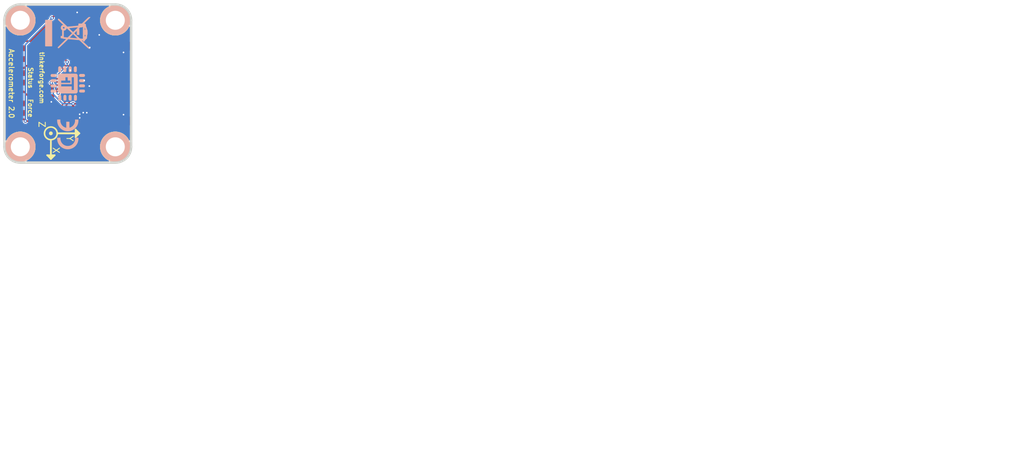
<source format=kicad_pcb>
(kicad_pcb (version 20221018) (generator pcbnew)
  (title_block (title "Accelerometer Bricklet") (date "2018-10-24") (rev "2.0") (company "Tinkerforge GmbH") (comment 1 "Licensed under CERN OHL v.1.1") (comment 2 "Copyright (©) 2018, B.Nordmeyer <bastian@tinkerforge.com>"))
  (layers (0 "F.Cu" signal "Vorderseite") (31 "B.Cu" signal "Rückseite") (34 "B.Paste" user) (35 "F.Paste" user) (36 "B.SilkS" user "B.Silkscreen") (37 "F.SilkS" user "F.Silkscreen") (38 "B.Mask" user) (39 "F.Mask" user) (44 "Edge.Cuts" user))
  (net 0 "")
  (net 1 "GND")
  (net 2 "VCC")
  (net 3 "Net-(P1-Pad6)")
  (net 4 "Net-(D1-Pad2)")
  (net 5 "Net-(C1-Pad1)")
  (net 6 "Net-(P1-Pad4)")
  (net 7 "Net-(P1-Pad5)")
  (net 8 "Net-(P2-Pad1)")
  (net 9 "Net-(P3-Pad2)")
  (net 10 "S-MISO")
  (net 11 "S-MOSI")
  (net 12 "S-CLK")
  (net 13 "S-CS")
  (net 14 "Net-(RP2-Pad1)")
  (net 15 "Net-(RP2-Pad2)")
  (net 16 "Net-(RP2-Pad3)")
  (net 17 "Net-(RP2-Pad4)")
  (net 18 "M-MOSI")
  (net 19 "M-CLK")
  (net 20 "M-CS")
  (net 21 "M-MISO")
  (net 22 "INT2")
  (net 23 "INT1")
  (net 24 "TRIG")
  (net 25 "Net-(D2-Pad2)")
  (net 26 "Net-(RP3-Pad1)")
  (net 27 "Net-(RP3-Pad4)")
  (footprint "Fiducial_Mark" (layer "F.Cu") (at 134 111.2)
    (fp_text reference "Fiducial_Mark" hide)
    (fp_text value "VAL**" hide)
    (pad "1" smd circle (at 0 0) (size 1.00076 1.00076) (layers "F.Cu" "F.Mask") (clearance 0.65024))
  )
  (footprint "Fiducial_Mark" (layer "F.Cu") (at 127.5 89.2)
    (fp_text reference "Fiducial_Mark" hide)
    (fp_text value "VAL**" hide)
    (pad "1" smd circle (at 0 0) (size 1.00076 1.00076) (layers "F.Cu" "F.Mask") (clearance 0.65024))
  )
  (footprint "kicad-libraries:C0402F" (layer "F.Cu") (at 135.6 95 90)
    (fp_text reference "C1")
    (fp_text value "220pF")
    (pad "1" smd rect (at -0.5 0 90) (size 0.6 0.7) (layers "F.Cu" "F.Paste" "F.Mask") (net 5 "Net-(C1-Pad1)"))
    (pad "2" smd rect (at 0.5 0 90) (size 0.6 0.7) (layers "F.Cu" "F.Paste" "F.Mask") (net 1 "GND"))
  )
  (footprint "kicad-libraries:C0805" (layer "F.Cu") (at 135.6 106.3 90)
    (fp_text reference "C2")
    (fp_text value "10uF")
    (pad "1" smd rect (at -1.00076 0 90) (size 1.00076 1.24968) (layers "F.Cu" "F.Paste" "F.Mask") (net 2 "VCC") (clearance 0.14986))
    (pad "2" smd rect (at 1.00076 0 90) (size 1.00076 1.24968) (layers "F.Cu" "F.Paste" "F.Mask") (net 1 "GND") (clearance 0.14986))
  )
  (footprint "kicad-libraries:C0603F" (layer "F.Cu") (at 134.1 106.3 90)
    (fp_text reference "C3")
    (fp_text value "100nF")
    (pad "1" smd rect (at -0.75 0 90) (size 0.9 0.9) (layers "F.Cu" "F.Paste" "F.Mask") (net 2 "VCC"))
    (pad "2" smd rect (at 0.75 0 90) (size 0.9 0.9) (layers "F.Cu" "F.Paste" "F.Mask") (net 1 "GND"))
  )
  (footprint "kicad-libraries:C0603F" (layer "F.Cu") (at 131.5 88.96)
    (fp_text reference "C4")
    (fp_text value "100nF")
    (pad "1" smd rect (at -0.75 0) (size 0.9 0.9) (layers "F.Cu" "F.Paste" "F.Mask") (net 2 "VCC"))
    (pad "2" smd rect (at 0.75 0) (size 0.9 0.9) (layers "F.Cu" "F.Paste" "F.Mask") (net 1 "GND"))
  )
  (footprint "kicad-libraries:C0603F" (layer "F.Cu") (at 128.9 101.6 -90)
    (fp_text reference "C5")
    (fp_text value "100nF")
    (pad "1" smd rect (at -0.75 0 270) (size 0.9 0.9) (layers "F.Cu" "F.Paste" "F.Mask") (net 2 "VCC"))
    (pad "2" smd rect (at 0.75 0 270) (size 0.9 0.9) (layers "F.Cu" "F.Paste" "F.Mask") (net 1 "GND"))
  )
  (footprint "kicad-libraries:C0603F" (layer "F.Cu") (at 134.1 101.3 90)
    (fp_text reference "C6")
    (fp_text value "100nF")
    (pad "1" smd rect (at -0.75 0 90) (size 0.9 0.9) (layers "F.Cu" "F.Paste" "F.Mask") (net 2 "VCC"))
    (pad "2" smd rect (at 0.75 0 90) (size 0.9 0.9) (layers "F.Cu" "F.Paste" "F.Mask") (net 1 "GND"))
  )
  (footprint "kicad-libraries:D0603F" (layer "F.Cu") (at 124.3 99.3 90)
    (fp_text reference "D1")
    (fp_text value "blue")
    (pad "1" smd rect (at -0.75 0 90) (size 0.9 0.9) (layers "F.Cu" "F.Paste" "F.Mask") (net 2 "VCC"))
    (pad "2" smd rect (at 0.75 0 90) (size 0.9 0.9) (layers "F.Cu" "F.Paste" "F.Mask") (net 4 "Net-(D1-Pad2)"))
  )
  (footprint "kicad-libraries:CON-SENSOR2" (layer "F.Cu") (at 141.5 100.2 90)
    (fp_text reference "P1")
    (fp_text value "CON-SENSOR")
    (pad "1" smd rect (at -3.75 -4.6 90) (size 0.6 1.8) (layers "F.Cu" "F.Paste" "F.Mask"))
    (pad "2" smd rect (at -2.5 -4.6 90) (size 0.6 1.8) (layers "F.Cu" "F.Paste" "F.Mask") (net 1 "GND"))
    (pad "3" smd rect (at -1.25 -4.6 90) (size 0.6 1.8) (layers "F.Cu" "F.Paste" "F.Mask") (net 2 "VCC"))
    (pad "4" smd rect (at 0 -4.6 90) (size 0.6 1.8) (layers "F.Cu" "F.Paste" "F.Mask") (net 6 "Net-(P1-Pad4)"))
    (pad "5" smd rect (at 1.25 -4.6 90) (size 0.6 1.8) (layers "F.Cu" "F.Paste" "F.Mask") (net 7 "Net-(P1-Pad5)"))
    (pad "6" smd rect (at 2.5 -4.6 90) (size 0.6 1.8) (layers "F.Cu" "F.Paste" "F.Mask") (net 3 "Net-(P1-Pad6)"))
    (pad "7" smd rect (at 3.75 -4.6 90) (size 0.6 1.8) (layers "F.Cu" "F.Paste" "F.Mask") (net 5 "Net-(C1-Pad1)"))
    (pad "EP" smd rect (at -5.9 -1.2 90) (size 1.4 2.4) (layers "F.Cu" "F.Paste" "F.Mask") (net 1 "GND"))
    (pad "EP" smd rect (at 5.9 -1.2 90) (size 1.4 2.4) (layers "F.Cu" "F.Paste" "F.Mask") (net 1 "GND"))
  )
  (footprint "kicad-libraries:DEBUG_PAD" (layer "F.Cu") (at 134.64 89.29)
    (fp_text reference "P2")
    (fp_text value "Debug")
    (pad "1" smd circle (at 0 0) (size 0.7 0.7) (layers "F.Cu" "F.Paste" "F.Mask") (net 8 "Net-(P2-Pad1)"))
  )
  (footprint "kicad-libraries:SolderJumper" (layer "F.Cu") (at 135.42 92.51 180)
    (fp_text reference "P3")
    (fp_text value "Boot")
    (pad "1" smd rect (at -0.5 0 180) (size 0.4 1.4) (layers "F.Cu" "F.Mask") (net 1 "GND"))
    (pad "1" smd rect (at -0.225 -0.55 180) (size 0.95 0.3) (layers "F.Cu" "F.Mask") (net 1 "GND"))
    (pad "1" smd rect (at -0.225 0.55 180) (size 0.95 0.3) (layers "F.Cu" "F.Mask") (net 1 "GND"))
    (pad "2" smd rect (at 0.15 0 180) (size 0.6 0.5) (layers "F.Cu" "F.Mask") (net 9 "Net-(P3-Pad2)"))
    (pad "2" smd rect (at 0.55 0 180) (size 0.3 1.4) (layers "F.Cu" "F.Mask") (net 9 "Net-(P3-Pad2)"))
  )
  (footprint "kicad-libraries:4X0402" (layer "F.Cu") (at 133.9 96.4 90)
    (fp_text reference "RP1")
    (fp_text value "82")
    (pad "1" smd rect (at -0.7493 0.575 270) (size 0.29972 0.65) (layers "F.Cu" "F.Paste" "F.Mask") (net 6 "Net-(P1-Pad4)"))
    (pad "2" smd rect (at -0.24892 0.575 270) (size 0.29972 0.65) (layers "F.Cu" "F.Paste" "F.Mask") (net 7 "Net-(P1-Pad5)"))
    (pad "3" smd rect (at 0.24892 0.575 270) (size 0.29972 0.65) (layers "F.Cu" "F.Paste" "F.Mask") (net 3 "Net-(P1-Pad6)"))
    (pad "4" smd rect (at 0.7493 0.575 270) (size 0.29972 0.65) (layers "F.Cu" "F.Paste" "F.Mask") (net 5 "Net-(C1-Pad1)"))
    (pad "5" smd rect (at 0.7493 -0.575 90) (size 0.29972 0.65) (layers "F.Cu" "F.Paste" "F.Mask") (net 10 "S-MISO"))
    (pad "6" smd rect (at 0.24892 -0.575 90) (size 0.29972 0.65) (layers "F.Cu" "F.Paste" "F.Mask") (net 11 "S-MOSI"))
    (pad "7" smd rect (at -0.24892 -0.575 90) (size 0.29972 0.65) (layers "F.Cu" "F.Paste" "F.Mask") (net 12 "S-CLK"))
    (pad "8" smd rect (at -0.7493 -0.575 90) (size 0.29972 0.65) (layers "F.Cu" "F.Paste" "F.Mask") (net 13 "S-CS"))
  )
  (footprint "kicad-libraries:QFN24-4x4mm-0.5mm" (layer "F.Cu") (at 131.5 92.2 180)
    (fp_text reference "U1")
    (fp_text value "XMC1100")
    (pad "1" smd oval (at -2.025 -1.25 180) (size 1 0.3) (layers "F.Cu" "F.Paste" "F.Mask") (net 10 "S-MISO"))
    (pad "2" smd oval (at -2.025 -0.75 180) (size 1 0.3) (layers "F.Cu" "F.Paste" "F.Mask"))
    (pad "3" smd oval (at -2.025 -0.25 180) (size 1 0.3) (layers "F.Cu" "F.Paste" "F.Mask") (net 9 "Net-(P3-Pad2)"))
    (pad "4" smd oval (at -2.025 0.25 180) (size 1 0.3) (layers "F.Cu" "F.Paste" "F.Mask"))
    (pad "5" smd oval (at -2.025 0.75 180) (size 1 0.3) (layers "F.Cu" "F.Paste" "F.Mask"))
    (pad "6" smd oval (at -2.025 1.25 180) (size 1 0.3) (layers "F.Cu" "F.Paste" "F.Mask"))
    (pad "7" smd oval (at -1.25 2.025 270) (size 1 0.3) (layers "F.Cu" "F.Paste" "F.Mask") (net 8 "Net-(P2-Pad1)"))
    (pad "8" smd oval (at -0.75 2.025 270) (size 1 0.3) (layers "F.Cu" "F.Paste" "F.Mask"))
    (pad "9" smd oval (at -0.25 2.025 270) (size 1 0.3) (layers "F.Cu" "F.Paste" "F.Mask") (net 1 "GND"))
    (pad "10" smd oval (at 0.25 2.025 270) (size 1 0.3) (layers "F.Cu" "F.Paste" "F.Mask") (net 2 "VCC"))
    (pad "11" smd oval (at 0.75 2.025 270) (size 1 0.3) (layers "F.Cu" "F.Paste" "F.Mask"))
    (pad "12" smd oval (at 1.25 2.025 270) (size 1 0.3) (layers "F.Cu" "F.Paste" "F.Mask"))
    (pad "13" smd oval (at 2.025 1.25 180) (size 1 0.3) (layers "F.Cu" "F.Paste" "F.Mask") (net 26 "Net-(RP3-Pad1)"))
    (pad "14" smd oval (at 2.025 0.75 180) (size 1 0.3) (layers "F.Cu" "F.Paste" "F.Mask") (net 27 "Net-(RP3-Pad4)"))
    (pad "15" smd oval (at 2.025 0.25 180) (size 1 0.3) (layers "F.Cu" "F.Paste" "F.Mask") (net 22 "INT2"))
    (pad "16" smd oval (at 2.025 -0.25 180) (size 1 0.3) (layers "F.Cu" "F.Paste" "F.Mask") (net 23 "INT1"))
    (pad "17" smd oval (at 2.025 -0.75 180) (size 1 0.3) (layers "F.Cu" "F.Paste" "F.Mask") (net 18 "M-MOSI"))
    (pad "18" smd oval (at 2.025 -1.25 180) (size 1 0.3) (layers "F.Cu" "F.Paste" "F.Mask") (net 21 "M-MISO"))
    (pad "19" smd oval (at 1.25 -2.025 270) (size 1 0.3) (layers "F.Cu" "F.Paste" "F.Mask") (net 19 "M-CLK"))
    (pad "20" smd oval (at 0.75 -2.025 270) (size 1 0.3) (layers "F.Cu" "F.Paste" "F.Mask") (net 20 "M-CS"))
    (pad "21" smd oval (at 0.25 -2.025 270) (size 1 0.3) (layers "F.Cu" "F.Paste" "F.Mask") (net 24 "TRIG"))
    (pad "22" smd oval (at -0.25 -2.025 270) (size 1 0.3) (layers "F.Cu" "F.Paste" "F.Mask") (net 13 "S-CS"))
    (pad "23" smd oval (at -0.75 -2.025 270) (size 1 0.3) (layers "F.Cu" "F.Paste" "F.Mask") (net 12 "S-CLK"))
    (pad "24" smd oval (at -1.25 -2.025 270) (size 1 0.3) (layers "F.Cu" "F.Paste" "F.Mask") (net 11 "S-MOSI"))
    (pad "EXP" smd rect (at -0.65 -0.65 180) (size 1.3 1.3) (layers "F.Cu" "F.Paste" "F.Mask") (net 1 "GND"))
    (pad "EXP" smd rect (at -0.65 0.65 180) (size 1.3 1.3) (layers "F.Cu" "F.Paste" "F.Mask") (net 1 "GND"))
    (pad "EXP" smd rect (at 0.65 -0.65 180) (size 1.3 1.3) (layers "F.Cu" "F.Paste" "F.Mask") (net 1 "GND"))
    (pad "EXP" smd rect (at 0.65 0.65 180) (size 1.3 1.3) (layers "F.Cu" "F.Paste" "F.Mask") (net 1 "GND"))
  )
  (footprint "kicad-libraries:DRILL_NP" (layer "F.Cu") (at 124 110.2)
    (fp_text reference "U3" hide)
    (fp_text value "DRILL" hide)
    (pad "" np_thru_hole circle (at 0 0) (size 2.99974 2.99974) (drill 2.99974) (layers "*.Cu" "*.Mask" "F.SilkS") (clearance 0.89916))
  )
  (footprint "kicad-libraries:DRILL_NP" (layer "F.Cu") (at 138.99976 110.19964 90)
    (fp_text reference "U4" hide)
    (fp_text value "DRILL" hide)
    (pad "" np_thru_hole circle (at 0 0 90) (size 2.99974 2.99974) (drill 2.99974) (layers "*.Cu" "*.Mask" "F.SilkS") (clearance 0.89916))
  )
  (footprint "kicad-libraries:DRILL_NP" (layer "F.Cu") (at 138.99976 90.19968)
    (fp_text reference "U5" hide)
    (fp_text value "DRILL" hide)
    (pad "" np_thru_hole circle (at 0 0) (size 2.99974 2.99974) (drill 2.99974) (layers "*.Cu" "*.Mask" "F.SilkS") (clearance 0.89916))
  )
  (footprint "kicad-libraries:DRILL_NP" (layer "F.Cu") (at 124 90.2)
    (fp_text reference "U6" hide)
    (fp_text value "DRILL" hide)
    (pad "" np_thru_hole circle (at 0 0) (size 2.99974 2.99974) (drill 2.99974) (layers "*.Cu" "*.Mask" "F.SilkS") (clearance 0.89916))
  )
  (footprint "kicad-libraries:4X0402" (layer "F.Cu") (at 130 96.13)
    (fp_text reference "RP2")
    (fp_text value "82")
    (pad "1" smd rect (at -0.7493 0.575 180) (size 0.29972 0.65) (layers "F.Cu" "F.Paste" "F.Mask") (net 14 "Net-(RP2-Pad1)"))
    (pad "2" smd rect (at -0.24892 0.575 180) (size 0.29972 0.65) (layers "F.Cu" "F.Paste" "F.Mask") (net 15 "Net-(RP2-Pad2)"))
    (pad "3" smd rect (at 0.24892 0.575 180) (size 0.29972 0.65) (layers "F.Cu" "F.Paste" "F.Mask") (net 16 "Net-(RP2-Pad3)"))
    (pad "4" smd rect (at 0.7493 0.575 180) (size 0.29972 0.65) (layers "F.Cu" "F.Paste" "F.Mask") (net 17 "Net-(RP2-Pad4)"))
    (pad "5" smd rect (at 0.7493 -0.575) (size 0.29972 0.65) (layers "F.Cu" "F.Paste" "F.Mask") (net 20 "M-CS"))
    (pad "6" smd rect (at 0.24892 -0.575) (size 0.29972 0.65) (layers "F.Cu" "F.Paste" "F.Mask") (net 19 "M-CLK"))
    (pad "7" smd rect (at -0.24892 -0.575) (size 0.29972 0.65) (layers "F.Cu" "F.Paste" "F.Mask") (net 21 "M-MISO"))
    (pad "8" smd rect (at -0.7493 -0.575) (size 0.29972 0.65) (layers "F.Cu" "F.Paste" "F.Mask") (net 18 "M-MOSI"))
  )
  (footprint "kicad-libraries:KX122-1037" (layer "F.Cu") (at 131.5 100.2)
    (fp_text reference "U2")
    (fp_text value "KX122-1037")
    (pad "1" smd rect (at -1.12 -0.75) (size 1 0.25) (layers "F.Cu" "F.Paste" "F.Mask") (net 15 "Net-(RP2-Pad2)"))
    (pad "2" smd rect (at -1.12 -0.25) (size 1 0.25) (layers "F.Cu" "F.Paste" "F.Mask") (net 14 "Net-(RP2-Pad1)"))
    (pad "3" smd rect (at -1.12 0.25) (size 1 0.25) (layers "F.Cu" "F.Paste" "F.Mask") (net 2 "VCC"))
    (pad "4" smd rect (at -1.12 0.75) (size 1 0.25) (layers "F.Cu" "F.Paste" "F.Mask") (net 24 "TRIG"))
    (pad "5" smd rect (at -0.25 1.09) (size 0.25 1) (layers "F.Cu" "F.Paste" "F.Mask") (net 23 "INT1"))
    (pad "6" smd rect (at 0.25 1.09) (size 0.25 1) (layers "F.Cu" "F.Paste" "F.Mask") (net 22 "INT2"))
    (pad "7" smd rect (at 1.12 0.75) (size 1 0.25) (layers "F.Cu" "F.Paste" "F.Mask") (net 2 "VCC"))
    (pad "8" smd rect (at 1.12 0.25) (size 1 0.25) (layers "F.Cu" "F.Paste" "F.Mask") (net 1 "GND"))
    (pad "9" smd rect (at 1.12 -0.25) (size 1 0.25) (layers "F.Cu" "F.Paste" "F.Mask") (net 1 "GND"))
    (pad "10" smd rect (at 1.12 -0.75) (size 1 0.25) (layers "F.Cu" "F.Paste" "F.Mask") (net 17 "Net-(RP2-Pad4)"))
    (pad "11" smd rect (at 0.25 -1.09) (size 0.25 1) (layers "F.Cu" "F.Paste" "F.Mask") (net 1 "GND"))
    (pad "12" smd rect (at -0.25 -1.09) (size 0.25 1) (layers "F.Cu" "F.Paste" "F.Mask") (net 16 "Net-(RP2-Pad3)"))
  )
  (footprint "kicad-libraries:D0603F" (layer "F.Cu") (at 124.3 104.1 90)
    (fp_text reference "D2")
    (fp_text value "green")
    (pad "1" smd rect (at -0.75 0 90) (size 0.9 0.9) (layers "F.Cu" "F.Paste" "F.Mask") (net 2 "VCC"))
    (pad "2" smd rect (at 0.75 0 90) (size 0.9 0.9) (layers "F.Cu" "F.Paste" "F.Mask") (net 25 "Net-(D2-Pad2)"))
  )
  (footprint "kicad-libraries:4X0603" (layer "F.Cu") (at 125.06 95.48)
    (fp_text reference "RP3")
    (fp_text value "1k")
    (pad "1" smd rect (at -1.19888 -0.8509) (size 0.44958 0.89916) (layers "F.Cu" "F.Paste" "F.Mask") (net 26 "Net-(RP3-Pad1)"))
    (pad "2" smd rect (at -0.39878 -0.8509) (size 0.44958 0.89916) (layers "F.Cu" "F.Paste" "F.Mask"))
    (pad "3" smd rect (at 0.39878 -0.8509) (size 0.44958 0.89916) (layers "F.Cu" "F.Paste" "F.Mask"))
    (pad "4" smd rect (at 1.19888 -0.8509) (size 0.44958 0.89916) (layers "F.Cu" "F.Paste" "F.Mask") (net 27 "Net-(RP3-Pad4)"))
    (pad "5" smd rect (at 1.19888 0.8509) (size 0.44958 0.89916) (layers "F.Cu" "F.Paste" "F.Mask") (net 4 "Net-(D1-Pad2)"))
    (pad "6" smd rect (at 0.39878 0.8509) (size 0.44958 0.89916) (layers "F.Cu" "F.Paste" "F.Mask"))
    (pad "7" smd rect (at -0.39878 0.8509) (size 0.44958 0.89916) (layers "F.Cu" "F.Paste" "F.Mask"))
    (pad "8" smd rect (at -1.19888 0.8509) (size 0.44958 0.89916) (layers "F.Cu" "F.Paste" "F.Mask") (net 25 "Net-(D2-Pad2)"))
  )
  (footprint "kicad-libraries:WEEE_7mm" (layer "B.Cu") (at 131.5 92.21 90)
    (fp_text reference "VAL" hide)
    (fp_text value "WEEE_7mm" hide)
  )
  (footprint "kicad-libraries:CE_5mm" (layer "B.Cu") (at 131.5 108.2 90)
    (fp_text reference "VAL" hide)
    (fp_text value "CE_5mm" hide)
  )
  (footprint "kicad-libraries:Logo_CoMCU" (layer "B.Cu") (at 131.5 100.2 90)
    (fp_text reference "G***" hide)
    (fp_text value "LOGO" hide)
  )
  (gr_line (start 128.8275 109.1225) (end 128.8275 111.6225) (stroke (width 0.25)) (layer "F.SilkS"))
  (gr_line (start 128.2375 111.5325) (end 129.4375 111.5325) (stroke (width 0.25)) (layer "F.SilkS"))
  (gr_line (start 129.8275 108.0725) (end 133.3275 108.0725) (stroke (width 0.25)) (layer "F.SilkS"))
  (gr_line (start 129.8275 108.0725) (end 132.8275 108.0725) (stroke (width 0.25)) (layer "F.SilkS"))
  (gr_line (start 128.8275 109.1225) (end 128.8275 112.1225) (stroke (width 0.25)) (layer "F.SilkS"))
  (gr_line (start 132.9275 108.4225) (end 132.9275 107.7725) (stroke (width 0.25)) (layer "F.SilkS"))
  (gr_line (start 132.7275 107.4725) (end 133.3275 108.0725) (stroke (width 0.25)) (layer "F.SilkS"))
  (gr_line (start 129.1875 111.7325) (end 128.5375 111.7325) (stroke (width 0.25)) (layer "F.SilkS"))
  (gr_circle (center 128.8275 108.0725) (end 129.8275 107.9725) (stroke (width 0.25)) (fill none) (layer "F.SilkS"))
  (gr_circle (center 128.8275 108.0725) (end 129.0275 108.1725) (stroke (width 0.15)) (fill none) (layer "F.SilkS"))
  (gr_line (start 133.3275 108.0725) (end 132.7275 108.6725) (stroke (width 0.25)) (layer "F.SilkS"))
  (gr_circle (center 128.8275 108.0725) (end 128.9275 108.0725) (stroke (width 0.15)) (fill none) (layer "F.SilkS"))
  (gr_line (start 128.7275 108.0725) (end 128.8275 108.0725) (stroke (width 0.25)) (layer "F.SilkS"))
  (gr_line (start 132.7275 108.6725) (end 132.7275 107.4725) (stroke (width 0.25)) (layer "F.SilkS"))
  (gr_line (start 132.9275 107.7725) (end 132.8775 107.7725) (stroke (width 0.25)) (layer "F.SilkS"))
  (gr_line (start 129.4375 111.5325) (end 128.8375 112.1325) (stroke (width 0.25)) (layer "F.SilkS"))
  (gr_line (start 128.8375 112.1325) (end 128.2375 111.5325) (stroke (width 0.25)) (layer "F.SilkS"))
  (gr_line (start 141.49912 110.19964) (end 141.49912 90.19968) (stroke (width 0.381)) (layer "Edge.Cuts"))
  (gr_arc (start 141.49912 110.19964) (mid 140.767074 111.966954) (end 138.99976 112.699) (stroke (width 0.381)) (layer "Edge.Cuts"))
  (gr_arc (start 138.99976 87.70032) (mid 140.767074 88.432366) (end 141.49912 90.19968) (stroke (width 0.381)) (layer "Edge.Cuts"))
  (gr_line (start 124 112.7) (end 139 112.7) (stroke (width 0.381)) (layer "Edge.Cuts"))
  (gr_arc (start 123.99978 112.699) (mid 122.232466 111.966954) (end 121.50042 110.19964) (stroke (width 0.381)) (layer "Edge.Cuts"))
  (gr_line (start 139 87.7) (end 124 87.7) (stroke (width 0.381)) (layer "Edge.Cuts"))
  (gr_arc (start 121.49788 90.19968) (mid 122.23067 88.43057) (end 123.99978 87.69778) (stroke (width 0.381)) (layer "Edge.Cuts"))
  (gr_line (start 121.49788 90.19968) (end 121.49788 110.19964) (stroke (width 0.381)) (layer "Edge.Cuts"))
  (gr_text "Accelerometer 2.0" (at 122.6 100.2 270) (layer "F.SilkS") (effects (font (size 0.8001 0.8001) (thickness 0.14986))))
  (gr_text "Status" (at 125.63 99.3 270) (layer "F.SilkS") (effects (font (size 0.7 0.7) (thickness 0.14986))))
  (gr_text "Z" (at 127.4 106.66 270) (layer "F.SilkS") (effects (font (size 1 1))))
  (gr_text "Force" (at 125.6 104.1 270) (layer "F.SilkS") (effects (font (size 0.7 0.7) (thickness 0.14986))))
  (gr_text "X" (at 129.64 110.75 270) (layer "F.SilkS") (effects (font (size 1 1))))
  (gr_text "tinkerforge.com" (at 127.4 99.3 270) (layer "F.SilkS") (effects (font (size 0.7 0.7) (thickness 0.14986))))
  (gr_text "Y" (at 131.81 108.89 270) (layer "F.SilkS") (effects (font (size 1 1))))
  (segment (start 136.32076 105.29924) (end 136.91 104.71) (width 0.45) (layer "F.Cu") (net 1))
  (segment (start 136.91 104.71) (end 138.11 104.71) (width 0.45) (layer "F.Cu") (net 1))
  (segment (start 138.11 104.71) (end 138.26 104.56) (width 0.45) (layer "F.Cu") (net 1))
  (segment (start 138.26 104.56) (end 138.26 103.08) (width 0.45) (layer "F.Cu") (net 1))
  (segment (start 138.26 103.08) (end 137.88 102.7) (width 0.45) (layer "F.Cu") (net 1))
  (segment (start 137.88 102.7) (end 136.9 102.7) (width 0.45) (layer "F.Cu") (net 1))
  (segment (start 134.91076 105.29924) (end 134.66 105.55) (width 0.45) (layer "F.Cu") (net 1))
  (segment (start 134.66 105.55) (end 134.1 105.55) (width 0.45) (layer "F.Cu") (net 1))
  (segment (start 134.1 105.21) (end 134.5 104.81) (width 0.55) (layer "F.Cu") (net 1))
  (segment (start 134.1 104.96) (end 133.94 104.8) (width 0.55) (layer "F.Cu") (net 1))
  (segment (start 133.86 105.55) (end 133.37 105.06) (width 0.55) (layer "F.Cu") (net 1))
  (segment (start 133.45 105.55) (end 133.38 105.62) (width 0.55) (layer "F.Cu") (net 1))
  (segment (start 133.38 105.07) (end 133.37 105.06) (width 0.55) (layer "F.Cu") (net 1))
  (segment (start 133.95 104.81) (end 133.94 104.8) (width 0.55) (layer "F.Cu") (net 1))
  (segment (start 133.63 104.8) (end 133.37 105.06) (width 0.55) (layer "F.Cu") (net 1))
  (segment (start 133.94 105.39) (end 134.1 105.55) (width 0.55) (layer "F.Cu") (net 1))
  (segment (start 134.03 105.62) (end 134.1 105.55) (width 0.55) (layer "F.Cu") (net 1))
  (segment (start 131.75 89.46) (end 132.25 88.96) (width 0.2) (layer "F.Cu") (net 1))
  (segment (start 130.85 91.55) (end 132.15 91.55) (width 0.2) (layer "F.Cu") (net 1))
  (segment (start 132.15 91.55) (end 132.15 92.85) (width 0.2) (layer "F.Cu") (net 1))
  (segment (start 132.15 92.85) (end 130.85 92.85) (width 0.2) (layer "F.Cu") (net 1))
  (segment (start 131.75 91.15) (end 132.15 91.55) (width 0.2) (layer "F.Cu") (net 1))
  (segment (start 135.85 91.96) (end 135.94 92.05) (width 0.2) (layer "F.Cu") (net 1))
  (segment (start 135.94 92.05) (end 135.94 92.49) (width 0.2) (layer "F.Cu") (net 1))
  (segment (start 135.94 92.49) (end 135.92 92.51) (width 0.2) (layer "F.Cu") (net 1))
  (segment (start 135.92 93) (end 135.84 93.08) (width 0.2) (layer "F.Cu") (net 1))
  (segment (start 135.84 93.08) (end 135.62 93.08) (width 0.2) (layer "F.Cu") (net 1))
  (segment (start 135.62 93.08) (end 135.645 93.06) (width 0.2) (layer "F.Cu") (net 1))
  (segment (start 131.75 98.25) (end 131.9 98.1) (width 0.2) (layer "F.Cu") (net 1))
  (segment (start 134 100.45) (end 134.1 100.55) (width 0.2) (layer "F.Cu") (net 1))
  (segment (start 133.25 99.95) (end 133.85 100.55) (width 0.2) (layer "F.Cu") (net 1))
  (segment (start 133.85 100.55) (end 134.1 100.55) (width 0.2) (layer "F.Cu") (net 1))
  (segment (start 134.85 100.55) (end 134.9 100.6) (width 0.25) (layer "F.Cu") (net 1))
  (segment (start 132.62 99.95) (end 133.25 99.95) (width 0.2) (layer "F.Cu") (net 1))
  (segment (start 128.9 102.35) (end 128.9 103.1) (width 0.25) (layer "F.Cu") (net 1))
  (segment (start 135.92 92.51) (end 136.47 92.51) (width 0.25) (layer "F.Cu") (net 1))
  (segment (start 134.1 100.55) (end 134.1 99.7) (width 0.25) (layer "F.Cu") (net 1))
  (segment (start 133.38 105.62) (end 133.38 105.07) (width 0.55) (layer "F.Cu") (net 1))
  (segment (start 130.85 92.85) (end 130.85 91.55) (width 0.2) (layer "F.Cu") (net 1))
  (segment (start 133.45 105.55) (end 134.1 105.55) (width 0.55) (layer "F.Cu") (net 1))
  (segment (start 135.92 92.51) (end 135.92 93) (width 0.2) (layer "F.Cu") (net 1))
  (segment (start 135.6 105.29924) (end 134.91076 105.29924) (width 0.45) (layer "F.Cu") (net 1))
  (segment (start 132.25 88.96) (end 132.98 88.96) (width 0.55) (layer "F.Cu") (net 1))
  (segment (start 133.38 105.62) (end 134.03 105.62) (width 0.55) (layer "F.Cu") (net 1))
  (segment (start 131.75 90.175) (end 131.75 91.15) (width 0.2) (layer "F.Cu") (net 1))
  (segment (start 131.75 99.11) (end 131.75 98.25) (width 0.2) (layer "F.Cu") (net 1))
  (segment (start 134.1 100.55) (end 134.85 100.55) (width 0.25) (layer "F.Cu") (net 1))
  (segment (start 133.94 104.8) (end 133.63 104.8) (width 0.55) (layer "F.Cu") (net 1))
  (segment (start 131.75 90.175) (end 131.75 89.46) (width 0.2) (layer "F.Cu") (net 1))
  (segment (start 132.62 100.45) (end 134 100.45) (width 0.2) (layer "F.Cu") (net 1))
  (segment (start 133.94 104.8) (end 133.94 105.39) (width 0.55) (layer "F.Cu") (net 1))
  (segment (start 140.3 94.3) (end 140.3 95.28) (width 0.55) (layer "F.Cu") (net 1))
  (segment (start 135.645 91.96) (end 135.85 91.96) (width 0.2) (layer "F.Cu") (net 1))
  (segment (start 135.6 105.29924) (end 136.32076 105.29924) (width 0.45) (layer "F.Cu") (net 1))
  (segment (start 135.6 94.5) (end 134.97 94.5) (width 0.55) (layer "F.Cu") (net 1))
  (segment (start 140.3 106.1) (end 140.3 105.12) (width 0.55) (layer "F.Cu") (net 1))
  (segment (start 134.1 104.96) (end 134.1 105.55) (width 0.55) (layer "F.Cu") (net 1))
  (segment (start 134.5 104.81) (end 133.95 104.81) (width 0.55) (layer "F.Cu") (net 1))
  (via (at 134.9 100.6) (size 0.55) (drill 0.25) (layers "F.Cu" "B.Cu") (net 1))
  (via (at 133.94 104.8) (size 0.55) (drill 0.25) (layers "F.Cu" "B.Cu") (net 1))
  (via (at 134.1 99.7) (size 0.55) (drill 0.25) (layers "F.Cu" "B.Cu") (net 1))
  (via (at 128.9 103.1) (size 0.55) (drill 0.25) (layers "F.Cu" "B.Cu") (net 1))
  (via (at 131.9 98.1) (size 0.55) (drill 0.25) (layers "F.Cu" "B.Cu") (net 1))
  (via (at 134.97 94.5) (size 0.55) (drill 0.25) (layers "F.Cu" "B.Cu") (net 1))
  (via (at 133.38 105.62) (size 0.55) (drill 0.25) (layers "F.Cu" "B.Cu") (net 1))
  (via (at 133.37 105.06) (size 0.55) (drill 0.25) (layers "F.Cu" "B.Cu") (net 1))
  (via (at 134.5 104.81) (size 0.55) (drill 0.25) (layers "F.Cu" "B.Cu") (net 1))
  (via (at 132.98 88.96) (size 0.55) (drill 0.25) (layers "F.Cu" "B.Cu") (net 1))
  (via (at 140.3 95.28) (size 0.55) (drill 0.25) (layers "F.Cu" "B.Cu") (net 1))
  (via (at 140.3 105.12) (size 0.55) (drill 0.25) (layers "F.Cu" "B.Cu") (net 1))
  (via (at 136.47 92.51) (size 0.55) (drill 0.25) (layers "F.Cu" "B.Cu") (net 1))
  (segment (start 138.49 101.45) (end 138.92 101.88) (width 0.45) (layer "F.Cu") (net 2))
  (segment (start 138.92 101.88) (end 138.92 104.83) (width 0.45) (layer "F.Cu") (net 2))
  (segment (start 138.92 104.83) (end 136.44924 107.30076) (width 0.45) (layer "F.Cu") (net 2))
  (segment (start 136.44924 107.30076) (end 135.6 107.30076) (width 0.45) (layer "F.Cu") (net 2))
  (segment (start 134.89076 107.30076) (end 134.64 107.05) (width 0.45) (layer "F.Cu") (net 2))
  (segment (start 134.64 107.05) (end 134.1 107.05) (width 0.45) (layer "F.Cu") (net 2))
  (segment (start 131.25 89.46) (end 130.75 88.96) (width 0.2) (layer "F.Cu") (net 2))
  (segment (start 133.26 107.05) (end 132.34 106.13) (width 0.4) (layer "F.Cu") (net 2))
  (segment (start 124.3 105.62) (end 124.81 106.13) (width 0.25) (layer "F.Cu") (net 2))
  (segment (start 129.18 106.13) (end 132.34 106.13) (width 0.25) (layer "F.Cu") (net 2))
  (segment (start 124.3 101.24) (end 125.37 102.31) (width 0.25) (layer "F.Cu") (net 2))
  (segment (start 125.37 102.31) (end 126.15 102.31) (width 0.25) (layer "F.Cu") (net 2))
  (segment (start 126.15 102.31) (end 126.75 102.91) (width 0.25) (layer "F.Cu") (net 2))
  (segment (start 126.75 102.91) (end 126.75 105.44) (width 0.25) (layer "F.Cu") (net 2))
  (segment (start 126.75 105.44) (end 127.44 106.13) (width 0.25) (layer "F.Cu") (net 2))
  (segment (start 127.44 106.13) (end 129.18 106.13) (width 0.25) (layer "F.Cu") (net 2))
  (segment (start 124.86 106.13) (end 127.44 106.13) (width 0.25) (layer "F.Cu") (net 2))
  (segment (start 129.03 89.83) (end 129.9 88.96) (width 0.25) (layer "F.Cu") (net 2))
  (segment (start 129.9 88.96) (end 130.75 88.96) (width 0.25) (layer "F.Cu") (net 2))
  (segment (start 133.15 100.95) (end 133.3 101.1) (width 0.2) (layer "F.Cu") (net 2))
  (segment (start 133.3 101.1) (end 133.3 101.6) (width 0.2) (layer "F.Cu") (net 2))
  (segment (start 133.3 101.6) (end 133.75 102.05) (width 0.2) (layer "F.Cu") (net 2))
  (segment (start 133.75 102.05) (end 134.1 102.05) (width 0.2) (layer "F.Cu") (net 2))
  (segment (start 129.65 100.45) (end 129.25 100.85) (width 0.2) (layer "F.Cu") (net 2))
  (segment (start 129.25 100.85) (end 128.9 100.85) (width 0.2) (layer "F.Cu") (net 2))
  (segment (start 134.1 102.4) (end 133.1 103.4) (width 0.25) (layer "F.Cu") (net 2))
  (segment (start 133.1 103.4) (end 132.34 103.4) (width 0.25) (layer "F.Cu") (net 2))
  (segment (start 135.6 107.30076) (end 134.89076 107.30076) (width 0.45) (layer "F.Cu") (net 2))
  (segment (start 124.3 100.05) (end 124.3 101.24) (width 0.25) (layer "F.Cu") (net 2))
  (segment (start 124.3 104.85) (end 124.3 105.62) (width 0.25) (layer "F.Cu") (net 2))
  (segment (start 136.9 101.45) (end 138.49 101.45) (width 0.45) (layer "F.Cu") (net 2))
  (segment (start 128.9 100.85) (end 128.9 100.1) (width 0.2) (layer "F.Cu") (net 2))
  (segment (start 134.1 102.05) (end 134.1 102.4) (width 0.4) (layer "F.Cu") (net 2))
  (segment (start 130.38 100.45) (end 129.65 100.45) (width 0.2) (layer "F.Cu") (net 2))
  (segment (start 131.25 90.175) (end 131.25 89.46) (width 0.2) (layer "F.Cu") (net 2))
  (segment (start 134.1 107.05) (end 133.26 107.05) (width 0.4) (layer "F.Cu") (net 2))
  (segment (start 124.86 106.13) (end 124.81 106.13) (width 0.25) (layer "F.Cu") (net 2))
  (segment (start 132.34 103.4) (end 132.34 106.13) (width 0.4) (layer "F.Cu") (net 2))
  (segment (start 132.62 100.95) (end 133.15 100.95) (width 0.2) (layer "F.Cu") (net 2))
  (via (at 128.9 100.1) (size 0.55) (drill 0.25) (layers "F.Cu" "B.Cu") (net 2))
  (via (at 132.34 103.4) (size 0.55) (drill 0.25) (layers "F.Cu" "B.Cu") (net 2))
  (via (at 124.81 106.13) (size 0.55) (drill 0.25) (layers "F.Cu" "B.Cu") (net 2))
  (via (at 129.03 89.83) (size 0.55) (drill 0.25) (layers "F.Cu" "B.Cu") (net 2))
  (segment (start 124.81 106.13) (end 124.79 106.11) (width 0.25) (layer "B.Cu") (net 2))
  (segment (start 124.79 106.11) (end 124.79 94.07) (width 0.25) (layer "B.Cu") (net 2))
  (segment (start 124.79 94.07) (end 129.03 89.83) (width 0.25) (layer "B.Cu") (net 2))
  (segment (start 128.9 100.1) (end 129.2 100.4) (width 0.2) (layer "B.Cu") (net 2))
  (segment (start 132.34 103.4) (end 132.3 103.4) (width 0.4) (layer "B.Cu") (net 2))
  (segment (start 130.7 103.4) (end 129.2 101.9) (width 0.25) (layer "B.Cu") (net 2))
  (segment (start 129.2 101.9) (end 129.2 100.4) (width 0.25) (layer "B.Cu") (net 2))
  (segment (start 129.2 100.4) (end 128.9 100.1) (width 0.25) (layer "B.Cu") (net 2))
  (segment (start 132.34 103.4) (end 130.7 103.4) (width 0.25) (layer "B.Cu") (net 2))
  (segment (start 135.42108 96.15108) (end 135.69 96.42) (width 0.2) (layer "F.Cu") (net 3))
  (segment (start 135.69 96.42) (end 135.69 97.37) (width 0.2) (layer "F.Cu") (net 3))
  (segment (start 135.69 97.37) (end 136.02 97.7) (width 0.2) (layer "F.Cu") (net 3))
  (segment (start 136.02 97.7) (end 136.9 97.7) (width 0.2) (layer "F.Cu") (net 3))
  (segment (start 134.475 96.15108) (end 135.42108 96.15108) (width 0.2) (layer "F.Cu") (net 3))
  (segment (start 124.3 98) (end 124.9 97.4) (width 0.25) (layer "F.Cu") (net 4))
  (segment (start 124.9 97.4) (end 125.9 97.4) (width 0.25) (layer "F.Cu") (net 4))
  (segment (start 125.9 97.4) (end 126.25888 97.04112) (width 0.25) (layer "F.Cu") (net 4))
  (segment (start 126.25888 97.04112) (end 126.25888 96.3309) (width 0.25) (layer "F.Cu") (net 4))
  (segment (start 124.3 98.55) (end 124.3 98) (width 0.25) (layer "F.Cu") (net 4))
  (segment (start 135.4493 95.6507) (end 135.6 95.5) (width 0.25) (layer "F.Cu") (net 5))
  (segment (start 135.4493 95.6507) (end 135.6 95.5) (width 0.2) (layer "F.Cu") (net 5))
  (segment (start 136.9 96.2) (end 136.2 95.5) (width 0.2) (layer "F.Cu") (net 5))
  (segment (start 136.2 95.5) (end 135.6 95.5) (width 0.2) (layer "F.Cu") (net 5))
  (segment (start 134.475 95.6507) (end 135.4493 95.6507) (width 0.2) (layer "F.Cu") (net 5))
  (segment (start 136.9 96.45) (end 136.9 96.2) (width 0.2) (layer "F.Cu") (net 5))
  (segment (start 136.8507 100.2493) (end 136.9 100.2) (width 0.2) (layer "F.Cu") (net 6))
  (segment (start 135.86 100.2) (end 134.475 98.815) (width 0.2) (layer "F.Cu") (net 6))
  (segment (start 134.475 98.815) (end 134.475 97.1493) (width 0.2) (layer "F.Cu") (net 6))
  (segment (start 136.9 100.2) (end 135.86 100.2) (width 0.2) (layer "F.Cu") (net 6))
  (segment (start 136.076622 98.95) (end 136.9 98.95) (width 0.2) (layer "F.Cu") (net 7))
  (segment (start 135.088258 96.64892) (end 135.28 96.840662) (width 0.2) (layer "F.Cu") (net 7))
  (segment (start 135.28 96.840662) (end 135.28 98.34) (width 0.2) (layer "F.Cu") (net 7))
  (segment (start 135.28 98.34) (end 135.89 98.95) (width 0.2) (layer "F.Cu") (net 7))
  (segment (start 135.89 98.95) (end 136.9 98.95) (width 0.2) (layer "F.Cu") (net 7))
  (segment (start 134.475 96.64892) (end 135.088258 96.64892) (width 0.2) (layer "F.Cu") (net 7))
  (segment (start 133.755 90.175) (end 134.64 89.29) (width 0.2) (layer "F.Cu") (net 8))
  (segment (start 132.75 90.175) (end 133.755 90.175) (width 0.2) (layer "F.Cu") (net 8))
  (segment (start 134.81 92.45) (end 134.87 92.51) (width 0.25) (layer "F.Cu") (net 9))
  (segment (start 133.525 92.45) (end 134.81 92.45) (width 0.25) (layer "F.Cu") (net 9))
  (segment (start 134.87 92.51) (end 135.27 92.51) (width 0.25) (layer "F.Cu") (net 9))
  (segment (start 133.325 95.065) (end 134.26 94.13) (width 0.2) (layer "F.Cu") (net 10))
  (segment (start 134.26 94.13) (end 134.26 93.67) (width 0.2) (layer "F.Cu") (net 10))
  (segment (start 134.26 93.67) (end 134.04 93.45) (width 0.2) (layer "F.Cu") (net 10))
  (segment (start 134.04 93.45) (end 133.525 93.45) (width 0.2) (layer "F.Cu") (net 10))
  (segment (start 133.325 95.6507) (end 133.325 95.065) (width 0.2) (layer "F.Cu") (net 10))
  (segment (start 132.75 95.13) (end 132.58 95.3) (width 0.2) (layer "F.Cu") (net 11))
  (segment (start 132.58 95.3) (end 132.58 95.92) (width 0.2) (layer "F.Cu") (net 11))
  (segment (start 132.58 95.92) (end 132.81108 96.15108) (width 0.2) (layer "F.Cu") (net 11))
  (segment (start 132.81108 96.15108) (end 133.325 96.15108) (width 0.2) (layer "F.Cu") (net 11))
  (segment (start 132.75 94.225) (end 132.75 95.13) (width 0.2) (layer "F.Cu") (net 11))
  (segment (start 132.25 95.03) (end 132.14 95.14) (width 0.2) (layer "F.Cu") (net 12))
  (segment (start 132.14 95.14) (end 132.14 96.07) (width 0.2) (layer "F.Cu") (net 12))
  (segment (start 132.14 96.07) (end 132.71892 96.64892) (width 0.2) (layer "F.Cu") (net 12))
  (segment (start 132.71892 96.64892) (end 133.325 96.64892) (width 0.2) (layer "F.Cu") (net 12))
  (segment (start 132.25 94.225) (end 132.25 95.03) (width 0.2) (layer "F.Cu") (net 12))
  (segment (start 131.75 94.94) (end 131.7 94.99) (width 0.2) (layer "F.Cu") (net 13))
  (segment (start 131.7 94.99) (end 131.7 96.22) (width 0.2) (layer "F.Cu") (net 13))
  (segment (start 131.7 96.22) (end 132.6293 97.1493) (width 0.2) (layer "F.Cu") (net 13))
  (segment (start 132.6293 97.1493) (end 133.325 97.1493) (width 0.2) (layer "F.Cu") (net 13))
  (segment (start 131.75 94.225) (end 131.75 94.94) (width 0.2) (layer "F.Cu") (net 13))
  (segment (start 129.65 99.95) (end 129 99.3) (width 0.2) (layer "F.Cu") (net 14))
  (segment (start 129 99.3) (end 129 98) (width 0.2) (layer "F.Cu") (net 14))
  (segment (start 129 98) (end 129.2507 97.7493) (width 0.2) (layer "F.Cu") (net 14))
  (segment (start 129.2507 97.7493) (end 129.2507 96.705) (width 0.2) (layer "F.Cu") (net 14))
  (segment (start 130.38 99.95) (end 129.65 99.95) (width 0.2) (layer "F.Cu") (net 14))
  (segment (start 129.75 99.45) (end 129.5 99.2) (width 0.2) (layer "F.Cu") (net 15))
  (segment (start 129.5 99.2) (end 129.5 98.3) (width 0.2) (layer "F.Cu") (net 15))
  (segment (start 129.5 98.3) (end 129.75108 98.04892) (width 0.2) (layer "F.Cu") (net 15))
  (segment (start 129.75108 98.04892) (end 129.75108 96.705) (width 0.2) (layer "F.Cu") (net 15))
  (segment (start 130.38 99.45) (end 129.75 99.45) (width 0.2) (layer "F.Cu") (net 15))
  (segment (start 130.24892 97.34892) (end 131.25 98.35) (width 0.2) (layer "F.Cu") (net 16))
  (segment (start 131.25 98.35) (end 131.25 99.11) (width 0.2) (layer "F.Cu") (net 16))
  (segment (start 130.24892 96.705) (end 130.24892 97.34892) (width 0.2) (layer "F.Cu") (net 16))
  (segment (start 130.7493 97.0493) (end 131.1 97.4) (width 0.2) (layer "F.Cu") (net 17))
  (segment (start 131.1 97.4) (end 132.1 97.4) (width 0.2) (layer "F.Cu") (net 17))
  (segment (start 132.1 97.4) (end 133.3 98.6) (width 0.2) (layer "F.Cu") (net 17))
  (segment (start 133.3 98.6) (end 133.3 99.3) (width 0.2) (layer "F.Cu") (net 17))
  (segment (start 133.3 99.3) (end 133.15 99.45) (width 0.2) (layer "F.Cu") (net 17))
  (segment (start 133.15 99.45) (end 132.62 99.45) (width 0.2) (layer "F.Cu") (net 17))
  (segment (start 130.7493 96.705) (end 130.7493 97.0493) (width 0.2) (layer "F.Cu") (net 17))
  (segment (start 128.75 92.95) (end 128.3 93.4) (width 0.2) (layer "F.Cu") (net 18))
  (segment (start 128.3 93.4) (end 128.3 94) (width 0.2) (layer "F.Cu") (net 18))
  (segment (start 128.3 94) (end 129.2507 94.9507) (width 0.2) (layer "F.Cu") (net 18))
  (segment (start 129.2507 94.9507) (end 129.2507 95.555) (width 0.2) (layer "F.Cu") (net 18))
  (segment (start 129.475 92.95) (end 128.75 92.95) (width 0.2) (layer "F.Cu") (net 18))
  (segment (start 130.25 95.55392) (end 130.24892 95.555) (width 0.2) (layer "F.Cu") (net 19))
  (segment (start 130.25 94.225) (end 130.25 95.55392) (width 0.2) (layer "F.Cu") (net 19))
  (segment (start 130.75 95.5543) (end 130.7493 95.555) (width 0.2) (layer "F.Cu") (net 20))
  (segment (start 130.75 94.225) (end 130.75 95.5543) (width 0.2) (layer "F.Cu") (net 20))
  (segment (start 128.82 93.45) (end 128.71 93.56) (width 0.2) (layer "F.Cu") (net 21))
  (segment (start 128.71 93.56) (end 128.71 93.84) (width 0.2) (layer "F.Cu") (net 21))
  (segment (start 128.71 93.84) (end 129.75108 94.88108) (width 0.2) (layer "F.Cu") (net 21))
  (segment (start 129.75108 94.88108) (end 129.75108 95.555) (width 0.2) (layer "F.Cu") (net 21))
  (segment (start 129.475 93.45) (end 128.82 93.45) (width 0.2) (layer "F.Cu") (net 21))
  (segment (start 131.75 103.15) (end 130.7 104.2) (width 0.2) (layer "F.Cu") (net 22))
  (segment (start 130.7 104.2) (end 128.2 104.2) (width 0.2) (layer "F.Cu") (net 22))
  (segment (start 128.2 104.2) (end 127.3 103.3) (width 0.2) (layer "F.Cu") (net 22))
  (segment (start 127.3 103.3) (end 127.3 93.1) (width 0.2) (layer "F.Cu") (net 22))
  (segment (start 127.3 93.1) (end 128.45 91.95) (width 0.2) (layer "F.Cu") (net 22))
  (segment (start 128.45 91.95) (end 129.475 91.95) (width 0.2) (layer "F.Cu") (net 22))
  (segment (start 131.75 101.29) (end 131.75 103.15) (width 0.2) (layer "F.Cu") (net 22))
  (segment (start 131.25 102.95) (end 130.4 103.8) (width 0.2) (layer "F.Cu") (net 23))
  (segment (start 130.4 103.8) (end 128.5 103.8) (width 0.2) (layer "F.Cu") (net 23))
  (segment (start 128.5 103.8) (end 127.8 103.1) (width 0.2) (layer "F.Cu") (net 23))
  (segment (start 127.8 103.1) (end 127.8 93.2) (width 0.2) (layer "F.Cu") (net 23))
  (segment (start 127.8 93.2) (end 128.55 92.45) (width 0.2) (layer "F.Cu") (net 23))
  (segment (start 128.55 92.45) (end 129.475 92.45) (width 0.2) (layer "F.Cu") (net 23))
  (segment (start 131.25 101.29) (end 131.25 102.95) (width 0.2) (layer "F.Cu") (net 23))
  (segment (start 129.95 100.95) (end 129.7 101.2) (width 0.2) (layer "F.Cu") (net 24))
  (segment (start 129.7 101.2) (end 129.7 101.4) (width 0.2) (layer "F.Cu") (net 24))
  (segment (start 129.7 101.4) (end 130 101.7) (width 0.2) (layer "F.Cu") (net 24))
  (segment (start 131.4 96.8) (end 131.2 96.6) (width 0.2) (layer "F.Cu") (net 24))
  (segment (start 131.2 96.6) (end 131.2 95) (width 0.2) (layer "F.Cu") (net 24))
  (segment (start 131.2 95) (end 131.25 94.95) (width 0.2) (layer "F.Cu") (net 24))
  (segment (start 131.25 94.95) (end 131.25 94.225) (width 0.2) (layer "F.Cu") (net 24))
  (segment (start 130.38 100.95) (end 129.95 100.95) (width 0.2) (layer "F.Cu") (net 24))
  (via (at 131.4 96.8) (size 0.55) (drill 0.25) (layers "F.Cu" "B.Cu") (net 24))
  (via (at 130 101.7) (size 0.55) (drill 0.25) (layers "F.Cu" "B.Cu") (net 24))
  (segment (start 130 98.7) (end 131.4 97.3) (width 0.2) (layer "B.Cu") (net 24))
  (segment (start 131.4 97.3) (end 131.4 96.8) (width 0.2) (layer "B.Cu") (net 24))
  (segment (start 130 101.7) (end 130 98.7) (width 0.2) (layer "B.Cu") (net 24))
  (segment (start 123.86112 97.23888) (end 123.4 97.7) (width 0.25) (layer "F.Cu") (net 25))
  (segment (start 123.4 97.7) (end 123.4 101.4) (width 0.25) (layer "F.Cu") (net 25))
  (segment (start 123.4 101.4) (end 124.3 102.3) (width 0.25) (layer "F.Cu") (net 25))
  (segment (start 124.3 102.3) (end 124.3 103.35) (width 0.25) (layer "F.Cu") (net 25))
  (segment (start 123.86112 96.3309) (end 123.86112 97.23888) (width 0.25) (layer "F.Cu") (net 25))
  (segment (start 123.86112 93.93888) (end 124.3 93.5) (width 0.25) (layer "F.Cu") (net 26))
  (segment (start 124.3 93.5) (end 125.6 93.5) (width 0.25) (layer "F.Cu") (net 26))
  (segment (start 125.6 93.5) (end 128.15 90.95) (width 0.25) (layer "F.Cu") (net 26))
  (segment (start 128.15 90.95) (end 129.475 90.95) (width 0.25) (layer "F.Cu") (net 26))
  (segment (start 123.86112 94.6291) (end 123.86112 93.93888) (width 0.25) (layer "F.Cu") (net 26))
  (segment (start 126.25888 93.54112) (end 128.35 91.45) (width 0.25) (layer "F.Cu") (net 27))
  (segment (start 128.35 91.45) (end 129.475 91.45) (width 0.25) (layer "F.Cu") (net 27))
  (segment (start 126.25888 94.6291) (end 126.25888 93.54112) (width 0.25) (layer "F.Cu") (net 27))
  (zone (net 1) (net_name "GND") (layer "B.Cu") (connect_pads yes (clearance 0.15)) (min_thickness 0.15) (fill yes (thermal_gap 0.29972) (thermal_bridge_width 0.29972))
    (polygon (pts (xy 141.5 112.7) (xy 121.5 112.7) (xy 121.5 87.7) (xy 141.5 87.7)))
  )
)
</source>
